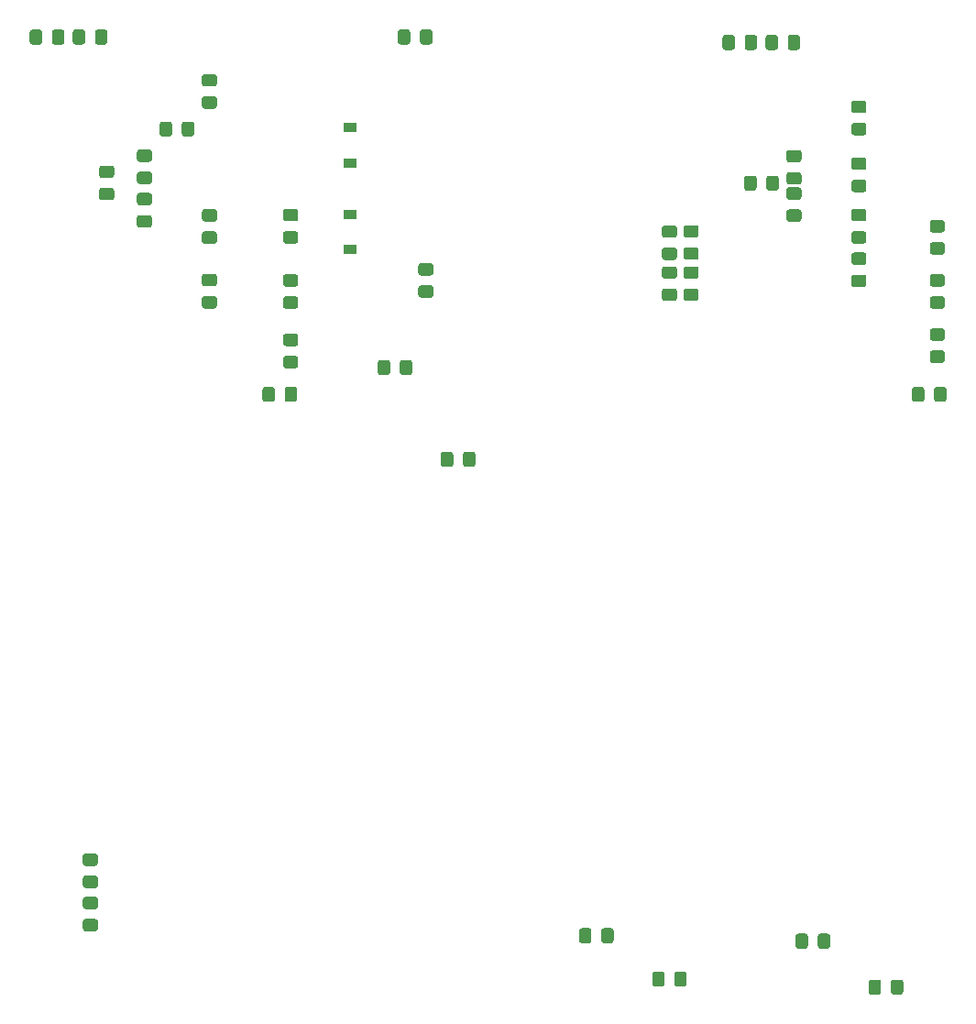
<source format=gtp>
G04 #@! TF.GenerationSoftware,KiCad,Pcbnew,(5.1.9)-1*
G04 #@! TF.CreationDate,2021-05-20T23:10:05+02:00*
G04 #@! TF.ProjectId,KicadJE_OLED_Board_Only,4b696361-644a-4455-9f4f-4c45445f426f,Rev A*
G04 #@! TF.SameCoordinates,Original*
G04 #@! TF.FileFunction,Paste,Top*
G04 #@! TF.FilePolarity,Positive*
%FSLAX46Y46*%
G04 Gerber Fmt 4.6, Leading zero omitted, Abs format (unit mm)*
G04 Created by KiCad (PCBNEW (5.1.9)-1) date 2021-05-20 23:10:05*
%MOMM*%
%LPD*%
G01*
G04 APERTURE LIST*
%ADD10R,1.200000X0.900000*%
G04 APERTURE END LIST*
D10*
X144000000Y-62650000D03*
X144000000Y-59350000D03*
X144000000Y-67350000D03*
X144000000Y-70650000D03*
G36*
G01*
X181550000Y-64049999D02*
X181550000Y-64950001D01*
G75*
G02*
X181300001Y-65200000I-249999J0D01*
G01*
X180649999Y-65200000D01*
G75*
G02*
X180400000Y-64950001I0J249999D01*
G01*
X180400000Y-64049999D01*
G75*
G02*
X180649999Y-63800000I249999J0D01*
G01*
X181300001Y-63800000D01*
G75*
G02*
X181550000Y-64049999I0J-249999D01*
G01*
G37*
G36*
G01*
X183600000Y-64049999D02*
X183600000Y-64950001D01*
G75*
G02*
X183350001Y-65200000I-249999J0D01*
G01*
X182699999Y-65200000D01*
G75*
G02*
X182450000Y-64950001I0J249999D01*
G01*
X182450000Y-64049999D01*
G75*
G02*
X182699999Y-63800000I249999J0D01*
G01*
X183350001Y-63800000D01*
G75*
G02*
X183600000Y-64049999I0J-249999D01*
G01*
G37*
G36*
G01*
X190549999Y-64175000D02*
X191450001Y-64175000D01*
G75*
G02*
X191700000Y-64424999I0J-249999D01*
G01*
X191700000Y-65075001D01*
G75*
G02*
X191450001Y-65325000I-249999J0D01*
G01*
X190549999Y-65325000D01*
G75*
G02*
X190300000Y-65075001I0J249999D01*
G01*
X190300000Y-64424999D01*
G75*
G02*
X190549999Y-64175000I249999J0D01*
G01*
G37*
G36*
G01*
X190549999Y-62125000D02*
X191450001Y-62125000D01*
G75*
G02*
X191700000Y-62374999I0J-249999D01*
G01*
X191700000Y-63025001D01*
G75*
G02*
X191450001Y-63275000I-249999J0D01*
G01*
X190549999Y-63275000D01*
G75*
G02*
X190300000Y-63025001I0J249999D01*
G01*
X190300000Y-62374999D01*
G75*
G02*
X190549999Y-62125000I249999J0D01*
G01*
G37*
G36*
G01*
X185450001Y-66025000D02*
X184549999Y-66025000D01*
G75*
G02*
X184300000Y-65775001I0J249999D01*
G01*
X184300000Y-65124999D01*
G75*
G02*
X184549999Y-64875000I249999J0D01*
G01*
X185450001Y-64875000D01*
G75*
G02*
X185700000Y-65124999I0J-249999D01*
G01*
X185700000Y-65775001D01*
G75*
G02*
X185450001Y-66025000I-249999J0D01*
G01*
G37*
G36*
G01*
X185450001Y-68075000D02*
X184549999Y-68075000D01*
G75*
G02*
X184300000Y-67825001I0J249999D01*
G01*
X184300000Y-67174999D01*
G75*
G02*
X184549999Y-66925000I249999J0D01*
G01*
X185450001Y-66925000D01*
G75*
G02*
X185700000Y-67174999I0J-249999D01*
G01*
X185700000Y-67825001D01*
G75*
G02*
X185450001Y-68075000I-249999J0D01*
G01*
G37*
G36*
G01*
X184549999Y-61425000D02*
X185450001Y-61425000D01*
G75*
G02*
X185700000Y-61674999I0J-249999D01*
G01*
X185700000Y-62325001D01*
G75*
G02*
X185450001Y-62575000I-249999J0D01*
G01*
X184549999Y-62575000D01*
G75*
G02*
X184300000Y-62325001I0J249999D01*
G01*
X184300000Y-61674999D01*
G75*
G02*
X184549999Y-61425000I249999J0D01*
G01*
G37*
G36*
G01*
X184549999Y-63475000D02*
X185450001Y-63475000D01*
G75*
G02*
X185700000Y-63724999I0J-249999D01*
G01*
X185700000Y-64375001D01*
G75*
G02*
X185450001Y-64625000I-249999J0D01*
G01*
X184549999Y-64625000D01*
G75*
G02*
X184300000Y-64375001I0J249999D01*
G01*
X184300000Y-63724999D01*
G75*
G02*
X184549999Y-63475000I249999J0D01*
G01*
G37*
G36*
G01*
X190549999Y-56875000D02*
X191450001Y-56875000D01*
G75*
G02*
X191700000Y-57124999I0J-249999D01*
G01*
X191700000Y-57775001D01*
G75*
G02*
X191450001Y-58025000I-249999J0D01*
G01*
X190549999Y-58025000D01*
G75*
G02*
X190300000Y-57775001I0J249999D01*
G01*
X190300000Y-57124999D01*
G75*
G02*
X190549999Y-56875000I249999J0D01*
G01*
G37*
G36*
G01*
X190549999Y-58925000D02*
X191450001Y-58925000D01*
G75*
G02*
X191700000Y-59174999I0J-249999D01*
G01*
X191700000Y-59825001D01*
G75*
G02*
X191450001Y-60075000I-249999J0D01*
G01*
X190549999Y-60075000D01*
G75*
G02*
X190300000Y-59825001I0J249999D01*
G01*
X190300000Y-59174999D01*
G75*
G02*
X190549999Y-58925000I249999J0D01*
G01*
G37*
G36*
G01*
X191450001Y-74100000D02*
X190549999Y-74100000D01*
G75*
G02*
X190300000Y-73850001I0J249999D01*
G01*
X190300000Y-73199999D01*
G75*
G02*
X190549999Y-72950000I249999J0D01*
G01*
X191450001Y-72950000D01*
G75*
G02*
X191700000Y-73199999I0J-249999D01*
G01*
X191700000Y-73850001D01*
G75*
G02*
X191450001Y-74100000I-249999J0D01*
G01*
G37*
G36*
G01*
X191450001Y-72050000D02*
X190549999Y-72050000D01*
G75*
G02*
X190300000Y-71800001I0J249999D01*
G01*
X190300000Y-71149999D01*
G75*
G02*
X190549999Y-70900000I249999J0D01*
G01*
X191450001Y-70900000D01*
G75*
G02*
X191700000Y-71149999I0J-249999D01*
G01*
X191700000Y-71800001D01*
G75*
G02*
X191450001Y-72050000I-249999J0D01*
G01*
G37*
G36*
G01*
X197799999Y-79950000D02*
X198700001Y-79950000D01*
G75*
G02*
X198950000Y-80199999I0J-249999D01*
G01*
X198950000Y-80850001D01*
G75*
G02*
X198700001Y-81100000I-249999J0D01*
G01*
X197799999Y-81100000D01*
G75*
G02*
X197550000Y-80850001I0J249999D01*
G01*
X197550000Y-80199999D01*
G75*
G02*
X197799999Y-79950000I249999J0D01*
G01*
G37*
G36*
G01*
X197799999Y-77900000D02*
X198700001Y-77900000D01*
G75*
G02*
X198950000Y-78149999I0J-249999D01*
G01*
X198950000Y-78800001D01*
G75*
G02*
X198700001Y-79050000I-249999J0D01*
G01*
X197799999Y-79050000D01*
G75*
G02*
X197550000Y-78800001I0J249999D01*
G01*
X197550000Y-78149999D01*
G75*
G02*
X197799999Y-77900000I249999J0D01*
G01*
G37*
G36*
G01*
X198700001Y-74050000D02*
X197799999Y-74050000D01*
G75*
G02*
X197550000Y-73800001I0J249999D01*
G01*
X197550000Y-73149999D01*
G75*
G02*
X197799999Y-72900000I249999J0D01*
G01*
X198700001Y-72900000D01*
G75*
G02*
X198950000Y-73149999I0J-249999D01*
G01*
X198950000Y-73800001D01*
G75*
G02*
X198700001Y-74050000I-249999J0D01*
G01*
G37*
G36*
G01*
X198700001Y-76100000D02*
X197799999Y-76100000D01*
G75*
G02*
X197550000Y-75850001I0J249999D01*
G01*
X197550000Y-75199999D01*
G75*
G02*
X197799999Y-74950000I249999J0D01*
G01*
X198700001Y-74950000D01*
G75*
G02*
X198950000Y-75199999I0J-249999D01*
G01*
X198950000Y-75850001D01*
G75*
G02*
X198700001Y-76100000I-249999J0D01*
G01*
G37*
G36*
G01*
X191900000Y-139200001D02*
X191900000Y-138299999D01*
G75*
G02*
X192149999Y-138050000I249999J0D01*
G01*
X192800001Y-138050000D01*
G75*
G02*
X193050000Y-138299999I0J-249999D01*
G01*
X193050000Y-139200001D01*
G75*
G02*
X192800001Y-139450000I-249999J0D01*
G01*
X192149999Y-139450000D01*
G75*
G02*
X191900000Y-139200001I0J249999D01*
G01*
G37*
G36*
G01*
X193950000Y-139200001D02*
X193950000Y-138299999D01*
G75*
G02*
X194199999Y-138050000I249999J0D01*
G01*
X194850001Y-138050000D01*
G75*
G02*
X195100000Y-138299999I0J-249999D01*
G01*
X195100000Y-139200001D01*
G75*
G02*
X194850001Y-139450000I-249999J0D01*
G01*
X194199999Y-139450000D01*
G75*
G02*
X193950000Y-139200001I0J249999D01*
G01*
G37*
G36*
G01*
X187200000Y-134950001D02*
X187200000Y-134049999D01*
G75*
G02*
X187449999Y-133800000I249999J0D01*
G01*
X188100001Y-133800000D01*
G75*
G02*
X188350000Y-134049999I0J-249999D01*
G01*
X188350000Y-134950001D01*
G75*
G02*
X188100001Y-135200000I-249999J0D01*
G01*
X187449999Y-135200000D01*
G75*
G02*
X187200000Y-134950001I0J249999D01*
G01*
G37*
G36*
G01*
X185150000Y-134950001D02*
X185150000Y-134049999D01*
G75*
G02*
X185399999Y-133800000I249999J0D01*
G01*
X186050001Y-133800000D01*
G75*
G02*
X186300000Y-134049999I0J-249999D01*
G01*
X186300000Y-134950001D01*
G75*
G02*
X186050001Y-135200000I-249999J0D01*
G01*
X185399999Y-135200000D01*
G75*
G02*
X185150000Y-134950001I0J249999D01*
G01*
G37*
G36*
G01*
X181600000Y-51049999D02*
X181600000Y-51950001D01*
G75*
G02*
X181350001Y-52200000I-249999J0D01*
G01*
X180699999Y-52200000D01*
G75*
G02*
X180450000Y-51950001I0J249999D01*
G01*
X180450000Y-51049999D01*
G75*
G02*
X180699999Y-50800000I249999J0D01*
G01*
X181350001Y-50800000D01*
G75*
G02*
X181600000Y-51049999I0J-249999D01*
G01*
G37*
G36*
G01*
X179550000Y-51049999D02*
X179550000Y-51950001D01*
G75*
G02*
X179300001Y-52200000I-249999J0D01*
G01*
X178649999Y-52200000D01*
G75*
G02*
X178400000Y-51950001I0J249999D01*
G01*
X178400000Y-51049999D01*
G75*
G02*
X178649999Y-50800000I249999J0D01*
G01*
X179300001Y-50800000D01*
G75*
G02*
X179550000Y-51049999I0J-249999D01*
G01*
G37*
G36*
G01*
X197799999Y-67900000D02*
X198700001Y-67900000D01*
G75*
G02*
X198950000Y-68149999I0J-249999D01*
G01*
X198950000Y-68800001D01*
G75*
G02*
X198700001Y-69050000I-249999J0D01*
G01*
X197799999Y-69050000D01*
G75*
G02*
X197550000Y-68800001I0J249999D01*
G01*
X197550000Y-68149999D01*
G75*
G02*
X197799999Y-67900000I249999J0D01*
G01*
G37*
G36*
G01*
X197799999Y-69950000D02*
X198700001Y-69950000D01*
G75*
G02*
X198950000Y-70199999I0J-249999D01*
G01*
X198950000Y-70850001D01*
G75*
G02*
X198700001Y-71100000I-249999J0D01*
G01*
X197799999Y-71100000D01*
G75*
G02*
X197550000Y-70850001I0J249999D01*
G01*
X197550000Y-70199999D01*
G75*
G02*
X197799999Y-69950000I249999J0D01*
G01*
G37*
G36*
G01*
X195900000Y-84450001D02*
X195900000Y-83549999D01*
G75*
G02*
X196149999Y-83300000I249999J0D01*
G01*
X196800001Y-83300000D01*
G75*
G02*
X197050000Y-83549999I0J-249999D01*
G01*
X197050000Y-84450001D01*
G75*
G02*
X196800001Y-84700000I-249999J0D01*
G01*
X196149999Y-84700000D01*
G75*
G02*
X195900000Y-84450001I0J249999D01*
G01*
G37*
G36*
G01*
X197950000Y-84450001D02*
X197950000Y-83549999D01*
G75*
G02*
X198199999Y-83300000I249999J0D01*
G01*
X198850001Y-83300000D01*
G75*
G02*
X199100000Y-83549999I0J-249999D01*
G01*
X199100000Y-84450001D01*
G75*
G02*
X198850001Y-84700000I-249999J0D01*
G01*
X198199999Y-84700000D01*
G75*
G02*
X197950000Y-84450001I0J249999D01*
G01*
G37*
G36*
G01*
X190549999Y-68925000D02*
X191450001Y-68925000D01*
G75*
G02*
X191700000Y-69174999I0J-249999D01*
G01*
X191700000Y-69825001D01*
G75*
G02*
X191450001Y-70075000I-249999J0D01*
G01*
X190549999Y-70075000D01*
G75*
G02*
X190300000Y-69825001I0J249999D01*
G01*
X190300000Y-69174999D01*
G75*
G02*
X190549999Y-68925000I249999J0D01*
G01*
G37*
G36*
G01*
X190549999Y-66875000D02*
X191450001Y-66875000D01*
G75*
G02*
X191700000Y-67124999I0J-249999D01*
G01*
X191700000Y-67775001D01*
G75*
G02*
X191450001Y-68025000I-249999J0D01*
G01*
X190549999Y-68025000D01*
G75*
G02*
X190300000Y-67775001I0J249999D01*
G01*
X190300000Y-67124999D01*
G75*
G02*
X190549999Y-66875000I249999J0D01*
G01*
G37*
G36*
G01*
X184425000Y-51950001D02*
X184425000Y-51049999D01*
G75*
G02*
X184674999Y-50800000I249999J0D01*
G01*
X185325001Y-50800000D01*
G75*
G02*
X185575000Y-51049999I0J-249999D01*
G01*
X185575000Y-51950001D01*
G75*
G02*
X185325001Y-52200000I-249999J0D01*
G01*
X184674999Y-52200000D01*
G75*
G02*
X184425000Y-51950001I0J249999D01*
G01*
G37*
G36*
G01*
X182375000Y-51950001D02*
X182375000Y-51049999D01*
G75*
G02*
X182624999Y-50800000I249999J0D01*
G01*
X183275001Y-50800000D01*
G75*
G02*
X183525000Y-51049999I0J-249999D01*
G01*
X183525000Y-51950001D01*
G75*
G02*
X183275001Y-52200000I-249999J0D01*
G01*
X182624999Y-52200000D01*
G75*
G02*
X182375000Y-51950001I0J249999D01*
G01*
G37*
G36*
G01*
X171900000Y-138450001D02*
X171900000Y-137549999D01*
G75*
G02*
X172149999Y-137300000I249999J0D01*
G01*
X172800001Y-137300000D01*
G75*
G02*
X173050000Y-137549999I0J-249999D01*
G01*
X173050000Y-138450001D01*
G75*
G02*
X172800001Y-138700000I-249999J0D01*
G01*
X172149999Y-138700000D01*
G75*
G02*
X171900000Y-138450001I0J249999D01*
G01*
G37*
G36*
G01*
X173950000Y-138450001D02*
X173950000Y-137549999D01*
G75*
G02*
X174199999Y-137300000I249999J0D01*
G01*
X174850001Y-137300000D01*
G75*
G02*
X175100000Y-137549999I0J-249999D01*
G01*
X175100000Y-138450001D01*
G75*
G02*
X174850001Y-138700000I-249999J0D01*
G01*
X174199999Y-138700000D01*
G75*
G02*
X173950000Y-138450001I0J249999D01*
G01*
G37*
G36*
G01*
X167200000Y-134450001D02*
X167200000Y-133549999D01*
G75*
G02*
X167449999Y-133300000I249999J0D01*
G01*
X168100001Y-133300000D01*
G75*
G02*
X168350000Y-133549999I0J-249999D01*
G01*
X168350000Y-134450001D01*
G75*
G02*
X168100001Y-134700000I-249999J0D01*
G01*
X167449999Y-134700000D01*
G75*
G02*
X167200000Y-134450001I0J249999D01*
G01*
G37*
G36*
G01*
X165150000Y-134450001D02*
X165150000Y-133549999D01*
G75*
G02*
X165399999Y-133300000I249999J0D01*
G01*
X166050001Y-133300000D01*
G75*
G02*
X166300000Y-133549999I0J-249999D01*
G01*
X166300000Y-134450001D01*
G75*
G02*
X166050001Y-134700000I-249999J0D01*
G01*
X165399999Y-134700000D01*
G75*
G02*
X165150000Y-134450001I0J249999D01*
G01*
G37*
G36*
G01*
X175049999Y-74225000D02*
X175950001Y-74225000D01*
G75*
G02*
X176200000Y-74474999I0J-249999D01*
G01*
X176200000Y-75125001D01*
G75*
G02*
X175950001Y-75375000I-249999J0D01*
G01*
X175049999Y-75375000D01*
G75*
G02*
X174800000Y-75125001I0J249999D01*
G01*
X174800000Y-74474999D01*
G75*
G02*
X175049999Y-74225000I249999J0D01*
G01*
G37*
G36*
G01*
X175049999Y-72175000D02*
X175950001Y-72175000D01*
G75*
G02*
X176200000Y-72424999I0J-249999D01*
G01*
X176200000Y-73075001D01*
G75*
G02*
X175950001Y-73325000I-249999J0D01*
G01*
X175049999Y-73325000D01*
G75*
G02*
X174800000Y-73075001I0J249999D01*
G01*
X174800000Y-72424999D01*
G75*
G02*
X175049999Y-72175000I249999J0D01*
G01*
G37*
G36*
G01*
X173049999Y-72175000D02*
X173950001Y-72175000D01*
G75*
G02*
X174200000Y-72424999I0J-249999D01*
G01*
X174200000Y-73075001D01*
G75*
G02*
X173950001Y-73325000I-249999J0D01*
G01*
X173049999Y-73325000D01*
G75*
G02*
X172800000Y-73075001I0J249999D01*
G01*
X172800000Y-72424999D01*
G75*
G02*
X173049999Y-72175000I249999J0D01*
G01*
G37*
G36*
G01*
X173049999Y-74225000D02*
X173950001Y-74225000D01*
G75*
G02*
X174200000Y-74474999I0J-249999D01*
G01*
X174200000Y-75125001D01*
G75*
G02*
X173950001Y-75375000I-249999J0D01*
G01*
X173049999Y-75375000D01*
G75*
G02*
X172800000Y-75125001I0J249999D01*
G01*
X172800000Y-74474999D01*
G75*
G02*
X173049999Y-74225000I249999J0D01*
G01*
G37*
G36*
G01*
X175049999Y-70425000D02*
X175950001Y-70425000D01*
G75*
G02*
X176200000Y-70674999I0J-249999D01*
G01*
X176200000Y-71325001D01*
G75*
G02*
X175950001Y-71575000I-249999J0D01*
G01*
X175049999Y-71575000D01*
G75*
G02*
X174800000Y-71325001I0J249999D01*
G01*
X174800000Y-70674999D01*
G75*
G02*
X175049999Y-70425000I249999J0D01*
G01*
G37*
G36*
G01*
X175049999Y-68375000D02*
X175950001Y-68375000D01*
G75*
G02*
X176200000Y-68624999I0J-249999D01*
G01*
X176200000Y-69275001D01*
G75*
G02*
X175950001Y-69525000I-249999J0D01*
G01*
X175049999Y-69525000D01*
G75*
G02*
X174800000Y-69275001I0J249999D01*
G01*
X174800000Y-68624999D01*
G75*
G02*
X175049999Y-68375000I249999J0D01*
G01*
G37*
G36*
G01*
X173049999Y-68400000D02*
X173950001Y-68400000D01*
G75*
G02*
X174200000Y-68649999I0J-249999D01*
G01*
X174200000Y-69300001D01*
G75*
G02*
X173950001Y-69550000I-249999J0D01*
G01*
X173049999Y-69550000D01*
G75*
G02*
X172800000Y-69300001I0J249999D01*
G01*
X172800000Y-68649999D01*
G75*
G02*
X173049999Y-68400000I249999J0D01*
G01*
G37*
G36*
G01*
X173049999Y-70450000D02*
X173950001Y-70450000D01*
G75*
G02*
X174200000Y-70699999I0J-249999D01*
G01*
X174200000Y-71350001D01*
G75*
G02*
X173950001Y-71600000I-249999J0D01*
G01*
X173049999Y-71600000D01*
G75*
G02*
X172800000Y-71350001I0J249999D01*
G01*
X172800000Y-70699999D01*
G75*
G02*
X173049999Y-70450000I249999J0D01*
G01*
G37*
G36*
G01*
X150549999Y-73925000D02*
X151450001Y-73925000D01*
G75*
G02*
X151700000Y-74174999I0J-249999D01*
G01*
X151700000Y-74825001D01*
G75*
G02*
X151450001Y-75075000I-249999J0D01*
G01*
X150549999Y-75075000D01*
G75*
G02*
X150300000Y-74825001I0J249999D01*
G01*
X150300000Y-74174999D01*
G75*
G02*
X150549999Y-73925000I249999J0D01*
G01*
G37*
G36*
G01*
X150549999Y-71875000D02*
X151450001Y-71875000D01*
G75*
G02*
X151700000Y-72124999I0J-249999D01*
G01*
X151700000Y-72775001D01*
G75*
G02*
X151450001Y-73025000I-249999J0D01*
G01*
X150549999Y-73025000D01*
G75*
G02*
X150300000Y-72775001I0J249999D01*
G01*
X150300000Y-72124999D01*
G75*
G02*
X150549999Y-71875000I249999J0D01*
G01*
G37*
G36*
G01*
X153525000Y-89549999D02*
X153525000Y-90450001D01*
G75*
G02*
X153275001Y-90700000I-249999J0D01*
G01*
X152624999Y-90700000D01*
G75*
G02*
X152375000Y-90450001I0J249999D01*
G01*
X152375000Y-89549999D01*
G75*
G02*
X152624999Y-89300000I249999J0D01*
G01*
X153275001Y-89300000D01*
G75*
G02*
X153525000Y-89549999I0J-249999D01*
G01*
G37*
G36*
G01*
X155575000Y-89549999D02*
X155575000Y-90450001D01*
G75*
G02*
X155325001Y-90700000I-249999J0D01*
G01*
X154674999Y-90700000D01*
G75*
G02*
X154425000Y-90450001I0J249999D01*
G01*
X154425000Y-89549999D01*
G75*
G02*
X154674999Y-89300000I249999J0D01*
G01*
X155325001Y-89300000D01*
G75*
G02*
X155575000Y-89549999I0J-249999D01*
G01*
G37*
G36*
G01*
X149744999Y-81074998D02*
X149744999Y-81975000D01*
G75*
G02*
X149495000Y-82224999I-249999J0D01*
G01*
X148844998Y-82224999D01*
G75*
G02*
X148594999Y-81975000I0J249999D01*
G01*
X148594999Y-81074998D01*
G75*
G02*
X148844998Y-80824999I249999J0D01*
G01*
X149495000Y-80824999D01*
G75*
G02*
X149744999Y-81074998I0J-249999D01*
G01*
G37*
G36*
G01*
X147694999Y-81074998D02*
X147694999Y-81975000D01*
G75*
G02*
X147445000Y-82224999I-249999J0D01*
G01*
X146794998Y-82224999D01*
G75*
G02*
X146544999Y-81975000I0J249999D01*
G01*
X146544999Y-81074998D01*
G75*
G02*
X146794998Y-80824999I249999J0D01*
G01*
X147445000Y-80824999D01*
G75*
G02*
X147694999Y-81074998I0J-249999D01*
G01*
G37*
G36*
G01*
X148400000Y-51450001D02*
X148400000Y-50549999D01*
G75*
G02*
X148649999Y-50300000I249999J0D01*
G01*
X149300001Y-50300000D01*
G75*
G02*
X149550000Y-50549999I0J-249999D01*
G01*
X149550000Y-51450001D01*
G75*
G02*
X149300001Y-51700000I-249999J0D01*
G01*
X148649999Y-51700000D01*
G75*
G02*
X148400000Y-51450001I0J249999D01*
G01*
G37*
G36*
G01*
X150450000Y-51450001D02*
X150450000Y-50549999D01*
G75*
G02*
X150699999Y-50300000I249999J0D01*
G01*
X151350001Y-50300000D01*
G75*
G02*
X151600000Y-50549999I0J-249999D01*
G01*
X151600000Y-51450001D01*
G75*
G02*
X151350001Y-51700000I-249999J0D01*
G01*
X150699999Y-51700000D01*
G75*
G02*
X150450000Y-51450001I0J249999D01*
G01*
G37*
G36*
G01*
X131450001Y-76075000D02*
X130549999Y-76075000D01*
G75*
G02*
X130300000Y-75825001I0J249999D01*
G01*
X130300000Y-75174999D01*
G75*
G02*
X130549999Y-74925000I249999J0D01*
G01*
X131450001Y-74925000D01*
G75*
G02*
X131700000Y-75174999I0J-249999D01*
G01*
X131700000Y-75825001D01*
G75*
G02*
X131450001Y-76075000I-249999J0D01*
G01*
G37*
G36*
G01*
X131450001Y-74025000D02*
X130549999Y-74025000D01*
G75*
G02*
X130300000Y-73775001I0J249999D01*
G01*
X130300000Y-73124999D01*
G75*
G02*
X130549999Y-72875000I249999J0D01*
G01*
X131450001Y-72875000D01*
G75*
G02*
X131700000Y-73124999I0J-249999D01*
G01*
X131700000Y-73775001D01*
G75*
G02*
X131450001Y-74025000I-249999J0D01*
G01*
G37*
G36*
G01*
X138049999Y-80450000D02*
X138950001Y-80450000D01*
G75*
G02*
X139200000Y-80699999I0J-249999D01*
G01*
X139200000Y-81350001D01*
G75*
G02*
X138950001Y-81600000I-249999J0D01*
G01*
X138049999Y-81600000D01*
G75*
G02*
X137800000Y-81350001I0J249999D01*
G01*
X137800000Y-80699999D01*
G75*
G02*
X138049999Y-80450000I249999J0D01*
G01*
G37*
G36*
G01*
X138049999Y-78400000D02*
X138950001Y-78400000D01*
G75*
G02*
X139200000Y-78649999I0J-249999D01*
G01*
X139200000Y-79300001D01*
G75*
G02*
X138950001Y-79550000I-249999J0D01*
G01*
X138049999Y-79550000D01*
G75*
G02*
X137800000Y-79300001I0J249999D01*
G01*
X137800000Y-78649999D01*
G75*
G02*
X138049999Y-78400000I249999J0D01*
G01*
G37*
G36*
G01*
X138950001Y-76100000D02*
X138049999Y-76100000D01*
G75*
G02*
X137800000Y-75850001I0J249999D01*
G01*
X137800000Y-75199999D01*
G75*
G02*
X138049999Y-74950000I249999J0D01*
G01*
X138950001Y-74950000D01*
G75*
G02*
X139200000Y-75199999I0J-249999D01*
G01*
X139200000Y-75850001D01*
G75*
G02*
X138950001Y-76100000I-249999J0D01*
G01*
G37*
G36*
G01*
X138950001Y-74050000D02*
X138049999Y-74050000D01*
G75*
G02*
X137800000Y-73800001I0J249999D01*
G01*
X137800000Y-73149999D01*
G75*
G02*
X138049999Y-72900000I249999J0D01*
G01*
X138950001Y-72900000D01*
G75*
G02*
X139200000Y-73149999I0J-249999D01*
G01*
X139200000Y-73800001D01*
G75*
G02*
X138950001Y-74050000I-249999J0D01*
G01*
G37*
G36*
G01*
X120450001Y-133600000D02*
X119549999Y-133600000D01*
G75*
G02*
X119300000Y-133350001I0J249999D01*
G01*
X119300000Y-132699999D01*
G75*
G02*
X119549999Y-132450000I249999J0D01*
G01*
X120450001Y-132450000D01*
G75*
G02*
X120700000Y-132699999I0J-249999D01*
G01*
X120700000Y-133350001D01*
G75*
G02*
X120450001Y-133600000I-249999J0D01*
G01*
G37*
G36*
G01*
X120450001Y-131550000D02*
X119549999Y-131550000D01*
G75*
G02*
X119300000Y-131300001I0J249999D01*
G01*
X119300000Y-130649999D01*
G75*
G02*
X119549999Y-130400000I249999J0D01*
G01*
X120450001Y-130400000D01*
G75*
G02*
X120700000Y-130649999I0J-249999D01*
G01*
X120700000Y-131300001D01*
G75*
G02*
X120450001Y-131550000I-249999J0D01*
G01*
G37*
G36*
G01*
X120450001Y-127550000D02*
X119549999Y-127550000D01*
G75*
G02*
X119300000Y-127300001I0J249999D01*
G01*
X119300000Y-126649999D01*
G75*
G02*
X119549999Y-126400000I249999J0D01*
G01*
X120450001Y-126400000D01*
G75*
G02*
X120700000Y-126649999I0J-249999D01*
G01*
X120700000Y-127300001D01*
G75*
G02*
X120450001Y-127550000I-249999J0D01*
G01*
G37*
G36*
G01*
X120450001Y-129600000D02*
X119549999Y-129600000D01*
G75*
G02*
X119300000Y-129350001I0J249999D01*
G01*
X119300000Y-128699999D01*
G75*
G02*
X119549999Y-128450000I249999J0D01*
G01*
X120450001Y-128450000D01*
G75*
G02*
X120700000Y-128699999I0J-249999D01*
G01*
X120700000Y-129350001D01*
G75*
G02*
X120450001Y-129600000I-249999J0D01*
G01*
G37*
G36*
G01*
X121950001Y-64025000D02*
X121049999Y-64025000D01*
G75*
G02*
X120800000Y-63775001I0J249999D01*
G01*
X120800000Y-63124999D01*
G75*
G02*
X121049999Y-62875000I249999J0D01*
G01*
X121950001Y-62875000D01*
G75*
G02*
X122200000Y-63124999I0J-249999D01*
G01*
X122200000Y-63775001D01*
G75*
G02*
X121950001Y-64025000I-249999J0D01*
G01*
G37*
G36*
G01*
X121950001Y-66075000D02*
X121049999Y-66075000D01*
G75*
G02*
X120800000Y-65825001I0J249999D01*
G01*
X120800000Y-65174999D01*
G75*
G02*
X121049999Y-64925000I249999J0D01*
G01*
X121950001Y-64925000D01*
G75*
G02*
X122200000Y-65174999I0J-249999D01*
G01*
X122200000Y-65825001D01*
G75*
G02*
X121950001Y-66075000I-249999J0D01*
G01*
G37*
G36*
G01*
X125450001Y-68600000D02*
X124549999Y-68600000D01*
G75*
G02*
X124300000Y-68350001I0J249999D01*
G01*
X124300000Y-67699999D01*
G75*
G02*
X124549999Y-67450000I249999J0D01*
G01*
X125450001Y-67450000D01*
G75*
G02*
X125700000Y-67699999I0J-249999D01*
G01*
X125700000Y-68350001D01*
G75*
G02*
X125450001Y-68600000I-249999J0D01*
G01*
G37*
G36*
G01*
X125450001Y-66550000D02*
X124549999Y-66550000D01*
G75*
G02*
X124300000Y-66300001I0J249999D01*
G01*
X124300000Y-65649999D01*
G75*
G02*
X124549999Y-65400000I249999J0D01*
G01*
X125450001Y-65400000D01*
G75*
G02*
X125700000Y-65649999I0J-249999D01*
G01*
X125700000Y-66300001D01*
G75*
G02*
X125450001Y-66550000I-249999J0D01*
G01*
G37*
G36*
G01*
X124549999Y-63425000D02*
X125450001Y-63425000D01*
G75*
G02*
X125700000Y-63674999I0J-249999D01*
G01*
X125700000Y-64325001D01*
G75*
G02*
X125450001Y-64575000I-249999J0D01*
G01*
X124549999Y-64575000D01*
G75*
G02*
X124300000Y-64325001I0J249999D01*
G01*
X124300000Y-63674999D01*
G75*
G02*
X124549999Y-63425000I249999J0D01*
G01*
G37*
G36*
G01*
X124549999Y-61375000D02*
X125450001Y-61375000D01*
G75*
G02*
X125700000Y-61624999I0J-249999D01*
G01*
X125700000Y-62275001D01*
G75*
G02*
X125450001Y-62525000I-249999J0D01*
G01*
X124549999Y-62525000D01*
G75*
G02*
X124300000Y-62275001I0J249999D01*
G01*
X124300000Y-61624999D01*
G75*
G02*
X124549999Y-61375000I249999J0D01*
G01*
G37*
G36*
G01*
X126400000Y-59950001D02*
X126400000Y-59049999D01*
G75*
G02*
X126649999Y-58800000I249999J0D01*
G01*
X127300001Y-58800000D01*
G75*
G02*
X127550000Y-59049999I0J-249999D01*
G01*
X127550000Y-59950001D01*
G75*
G02*
X127300001Y-60200000I-249999J0D01*
G01*
X126649999Y-60200000D01*
G75*
G02*
X126400000Y-59950001I0J249999D01*
G01*
G37*
G36*
G01*
X128450000Y-59950001D02*
X128450000Y-59049999D01*
G75*
G02*
X128699999Y-58800000I249999J0D01*
G01*
X129350001Y-58800000D01*
G75*
G02*
X129600000Y-59049999I0J-249999D01*
G01*
X129600000Y-59950001D01*
G75*
G02*
X129350001Y-60200000I-249999J0D01*
G01*
X128699999Y-60200000D01*
G75*
G02*
X128450000Y-59950001I0J249999D01*
G01*
G37*
G36*
G01*
X119525000Y-50549999D02*
X119525000Y-51450001D01*
G75*
G02*
X119275001Y-51700000I-249999J0D01*
G01*
X118624999Y-51700000D01*
G75*
G02*
X118375000Y-51450001I0J249999D01*
G01*
X118375000Y-50549999D01*
G75*
G02*
X118624999Y-50300000I249999J0D01*
G01*
X119275001Y-50300000D01*
G75*
G02*
X119525000Y-50549999I0J-249999D01*
G01*
G37*
G36*
G01*
X121575000Y-50549999D02*
X121575000Y-51450001D01*
G75*
G02*
X121325001Y-51700000I-249999J0D01*
G01*
X120674999Y-51700000D01*
G75*
G02*
X120425000Y-51450001I0J249999D01*
G01*
X120425000Y-50549999D01*
G75*
G02*
X120674999Y-50300000I249999J0D01*
G01*
X121325001Y-50300000D01*
G75*
G02*
X121575000Y-50549999I0J-249999D01*
G01*
G37*
G36*
G01*
X138049999Y-68925000D02*
X138950001Y-68925000D01*
G75*
G02*
X139200000Y-69174999I0J-249999D01*
G01*
X139200000Y-69825001D01*
G75*
G02*
X138950001Y-70075000I-249999J0D01*
G01*
X138049999Y-70075000D01*
G75*
G02*
X137800000Y-69825001I0J249999D01*
G01*
X137800000Y-69174999D01*
G75*
G02*
X138049999Y-68925000I249999J0D01*
G01*
G37*
G36*
G01*
X138049999Y-66875000D02*
X138950001Y-66875000D01*
G75*
G02*
X139200000Y-67124999I0J-249999D01*
G01*
X139200000Y-67775001D01*
G75*
G02*
X138950001Y-68025000I-249999J0D01*
G01*
X138049999Y-68025000D01*
G75*
G02*
X137800000Y-67775001I0J249999D01*
G01*
X137800000Y-67124999D01*
G75*
G02*
X138049999Y-66875000I249999J0D01*
G01*
G37*
G36*
G01*
X137950000Y-84450001D02*
X137950000Y-83549999D01*
G75*
G02*
X138199999Y-83300000I249999J0D01*
G01*
X138850001Y-83300000D01*
G75*
G02*
X139100000Y-83549999I0J-249999D01*
G01*
X139100000Y-84450001D01*
G75*
G02*
X138850001Y-84700000I-249999J0D01*
G01*
X138199999Y-84700000D01*
G75*
G02*
X137950000Y-84450001I0J249999D01*
G01*
G37*
G36*
G01*
X135900000Y-84450001D02*
X135900000Y-83549999D01*
G75*
G02*
X136149999Y-83300000I249999J0D01*
G01*
X136800001Y-83300000D01*
G75*
G02*
X137050000Y-83549999I0J-249999D01*
G01*
X137050000Y-84450001D01*
G75*
G02*
X136800001Y-84700000I-249999J0D01*
G01*
X136149999Y-84700000D01*
G75*
G02*
X135900000Y-84450001I0J249999D01*
G01*
G37*
G36*
G01*
X130549999Y-66900000D02*
X131450001Y-66900000D01*
G75*
G02*
X131700000Y-67149999I0J-249999D01*
G01*
X131700000Y-67800001D01*
G75*
G02*
X131450001Y-68050000I-249999J0D01*
G01*
X130549999Y-68050000D01*
G75*
G02*
X130300000Y-67800001I0J249999D01*
G01*
X130300000Y-67149999D01*
G75*
G02*
X130549999Y-66900000I249999J0D01*
G01*
G37*
G36*
G01*
X130549999Y-68950000D02*
X131450001Y-68950000D01*
G75*
G02*
X131700000Y-69199999I0J-249999D01*
G01*
X131700000Y-69850001D01*
G75*
G02*
X131450001Y-70100000I-249999J0D01*
G01*
X130549999Y-70100000D01*
G75*
G02*
X130300000Y-69850001I0J249999D01*
G01*
X130300000Y-69199999D01*
G75*
G02*
X130549999Y-68950000I249999J0D01*
G01*
G37*
G36*
G01*
X115550000Y-50549999D02*
X115550000Y-51450001D01*
G75*
G02*
X115300001Y-51700000I-249999J0D01*
G01*
X114649999Y-51700000D01*
G75*
G02*
X114400000Y-51450001I0J249999D01*
G01*
X114400000Y-50549999D01*
G75*
G02*
X114649999Y-50300000I249999J0D01*
G01*
X115300001Y-50300000D01*
G75*
G02*
X115550000Y-50549999I0J-249999D01*
G01*
G37*
G36*
G01*
X117600000Y-50549999D02*
X117600000Y-51450001D01*
G75*
G02*
X117350001Y-51700000I-249999J0D01*
G01*
X116699999Y-51700000D01*
G75*
G02*
X116450000Y-51450001I0J249999D01*
G01*
X116450000Y-50549999D01*
G75*
G02*
X116699999Y-50300000I249999J0D01*
G01*
X117350001Y-50300000D01*
G75*
G02*
X117600000Y-50549999I0J-249999D01*
G01*
G37*
G36*
G01*
X130549999Y-54425000D02*
X131450001Y-54425000D01*
G75*
G02*
X131700000Y-54674999I0J-249999D01*
G01*
X131700000Y-55325001D01*
G75*
G02*
X131450001Y-55575000I-249999J0D01*
G01*
X130549999Y-55575000D01*
G75*
G02*
X130300000Y-55325001I0J249999D01*
G01*
X130300000Y-54674999D01*
G75*
G02*
X130549999Y-54425000I249999J0D01*
G01*
G37*
G36*
G01*
X130549999Y-56475000D02*
X131450001Y-56475000D01*
G75*
G02*
X131700000Y-56724999I0J-249999D01*
G01*
X131700000Y-57375001D01*
G75*
G02*
X131450001Y-57625000I-249999J0D01*
G01*
X130549999Y-57625000D01*
G75*
G02*
X130300000Y-57375001I0J249999D01*
G01*
X130300000Y-56724999D01*
G75*
G02*
X130549999Y-56475000I249999J0D01*
G01*
G37*
M02*

</source>
